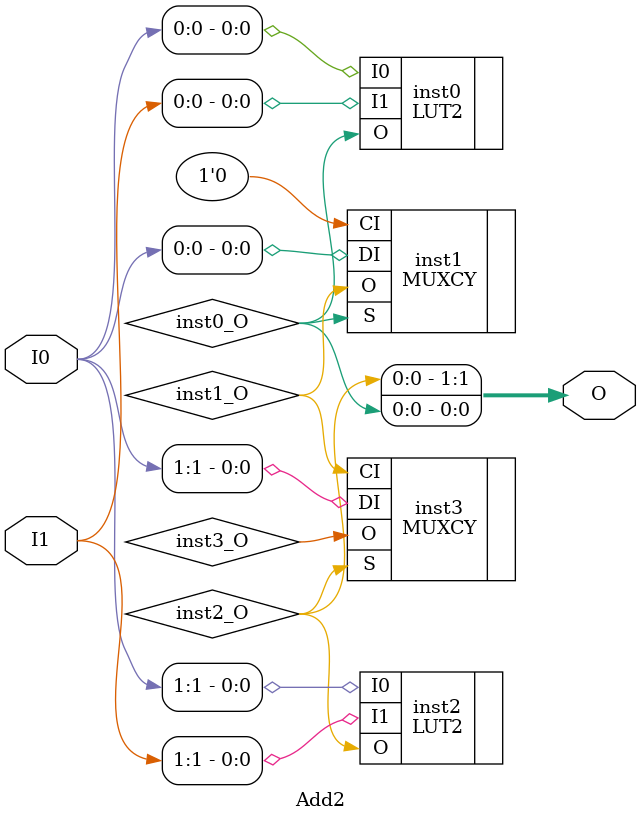
<source format=v>
module Add2 (input [1:0] I0, input [1:0] I1, output [1:0] O);
wire  inst0_O;
wire  inst1_O;
wire  inst2_O;
wire  inst3_O;
LUT2 #(.INIT(4'h6)) inst0 (.I0(I0[0]), .I1(I1[0]), .O(inst0_O));
MUXCY inst1 (.DI(I0[0]), .CI(1'b0), .S(inst0_O), .O(inst1_O));
LUT2 #(.INIT(4'h6)) inst2 (.I0(I0[1]), .I1(I1[1]), .O(inst2_O));
MUXCY inst3 (.DI(I0[1]), .CI(inst1_O), .S(inst2_O), .O(inst3_O));
assign O = {inst2_O,inst0_O};
endmodule


</source>
